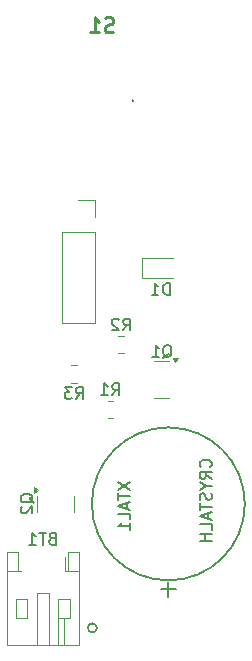
<source format=gbo>
G04 #@! TF.GenerationSoftware,KiCad,Pcbnew,9.0.2*
G04 #@! TF.CreationDate,2025-06-24T11:01:01+02:00*
G04 #@! TF.ProjectId,SenseMatePCB,53656e73-654d-4617-9465-5043422e6b69,rev?*
G04 #@! TF.SameCoordinates,Original*
G04 #@! TF.FileFunction,Legend,Bot*
G04 #@! TF.FilePolarity,Positive*
%FSLAX46Y46*%
G04 Gerber Fmt 4.6, Leading zero omitted, Abs format (unit mm)*
G04 Created by KiCad (PCBNEW 9.0.2) date 2025-06-24 11:01:01*
%MOMM*%
%LPD*%
G01*
G04 APERTURE LIST*
%ADD10C,0.150000*%
%ADD11C,0.254000*%
%ADD12C,0.152400*%
%ADD13C,0.120000*%
%ADD14C,0.200000*%
G04 APERTURE END LIST*
D10*
X102379166Y-90804819D02*
X102712499Y-90328628D01*
X102950594Y-90804819D02*
X102950594Y-89804819D01*
X102950594Y-89804819D02*
X102569642Y-89804819D01*
X102569642Y-89804819D02*
X102474404Y-89852438D01*
X102474404Y-89852438D02*
X102426785Y-89900057D01*
X102426785Y-89900057D02*
X102379166Y-89995295D01*
X102379166Y-89995295D02*
X102379166Y-90138152D01*
X102379166Y-90138152D02*
X102426785Y-90233390D01*
X102426785Y-90233390D02*
X102474404Y-90281009D01*
X102474404Y-90281009D02*
X102569642Y-90328628D01*
X102569642Y-90328628D02*
X102950594Y-90328628D01*
X101426785Y-90804819D02*
X101998213Y-90804819D01*
X101712499Y-90804819D02*
X101712499Y-89804819D01*
X101712499Y-89804819D02*
X101807737Y-89947676D01*
X101807737Y-89947676D02*
X101902975Y-90042914D01*
X101902975Y-90042914D02*
X101998213Y-90090533D01*
X95712557Y-99904761D02*
X95664938Y-99809523D01*
X95664938Y-99809523D02*
X95569700Y-99714285D01*
X95569700Y-99714285D02*
X95426842Y-99571428D01*
X95426842Y-99571428D02*
X95379223Y-99476190D01*
X95379223Y-99476190D02*
X95379223Y-99380952D01*
X95617319Y-99428571D02*
X95569700Y-99333333D01*
X95569700Y-99333333D02*
X95474461Y-99238095D01*
X95474461Y-99238095D02*
X95283985Y-99190476D01*
X95283985Y-99190476D02*
X94950652Y-99190476D01*
X94950652Y-99190476D02*
X94760176Y-99238095D01*
X94760176Y-99238095D02*
X94664938Y-99333333D01*
X94664938Y-99333333D02*
X94617319Y-99428571D01*
X94617319Y-99428571D02*
X94617319Y-99619047D01*
X94617319Y-99619047D02*
X94664938Y-99714285D01*
X94664938Y-99714285D02*
X94760176Y-99809523D01*
X94760176Y-99809523D02*
X94950652Y-99857142D01*
X94950652Y-99857142D02*
X95283985Y-99857142D01*
X95283985Y-99857142D02*
X95474461Y-99809523D01*
X95474461Y-99809523D02*
X95569700Y-99714285D01*
X95569700Y-99714285D02*
X95617319Y-99619047D01*
X95617319Y-99619047D02*
X95617319Y-99428571D01*
X94712557Y-100238095D02*
X94664938Y-100285714D01*
X94664938Y-100285714D02*
X94617319Y-100380952D01*
X94617319Y-100380952D02*
X94617319Y-100619047D01*
X94617319Y-100619047D02*
X94664938Y-100714285D01*
X94664938Y-100714285D02*
X94712557Y-100761904D01*
X94712557Y-100761904D02*
X94807795Y-100809523D01*
X94807795Y-100809523D02*
X94903033Y-100809523D01*
X94903033Y-100809523D02*
X95045890Y-100761904D01*
X95045890Y-100761904D02*
X95617319Y-100190476D01*
X95617319Y-100190476D02*
X95617319Y-100809523D01*
X97285714Y-102931009D02*
X97142857Y-102978628D01*
X97142857Y-102978628D02*
X97095238Y-103026247D01*
X97095238Y-103026247D02*
X97047619Y-103121485D01*
X97047619Y-103121485D02*
X97047619Y-103264342D01*
X97047619Y-103264342D02*
X97095238Y-103359580D01*
X97095238Y-103359580D02*
X97142857Y-103407200D01*
X97142857Y-103407200D02*
X97238095Y-103454819D01*
X97238095Y-103454819D02*
X97619047Y-103454819D01*
X97619047Y-103454819D02*
X97619047Y-102454819D01*
X97619047Y-102454819D02*
X97285714Y-102454819D01*
X97285714Y-102454819D02*
X97190476Y-102502438D01*
X97190476Y-102502438D02*
X97142857Y-102550057D01*
X97142857Y-102550057D02*
X97095238Y-102645295D01*
X97095238Y-102645295D02*
X97095238Y-102740533D01*
X97095238Y-102740533D02*
X97142857Y-102835771D01*
X97142857Y-102835771D02*
X97190476Y-102883390D01*
X97190476Y-102883390D02*
X97285714Y-102931009D01*
X97285714Y-102931009D02*
X97619047Y-102931009D01*
X96761904Y-102454819D02*
X96190476Y-102454819D01*
X96476190Y-103454819D02*
X96476190Y-102454819D01*
X95333333Y-103454819D02*
X95904761Y-103454819D01*
X95619047Y-103454819D02*
X95619047Y-102454819D01*
X95619047Y-102454819D02*
X95714285Y-102597676D01*
X95714285Y-102597676D02*
X95809523Y-102692914D01*
X95809523Y-102692914D02*
X95904761Y-102740533D01*
X99291666Y-91104819D02*
X99624999Y-90628628D01*
X99863094Y-91104819D02*
X99863094Y-90104819D01*
X99863094Y-90104819D02*
X99482142Y-90104819D01*
X99482142Y-90104819D02*
X99386904Y-90152438D01*
X99386904Y-90152438D02*
X99339285Y-90200057D01*
X99339285Y-90200057D02*
X99291666Y-90295295D01*
X99291666Y-90295295D02*
X99291666Y-90438152D01*
X99291666Y-90438152D02*
X99339285Y-90533390D01*
X99339285Y-90533390D02*
X99386904Y-90581009D01*
X99386904Y-90581009D02*
X99482142Y-90628628D01*
X99482142Y-90628628D02*
X99863094Y-90628628D01*
X98958332Y-90104819D02*
X98339285Y-90104819D01*
X98339285Y-90104819D02*
X98672618Y-90485771D01*
X98672618Y-90485771D02*
X98529761Y-90485771D01*
X98529761Y-90485771D02*
X98434523Y-90533390D01*
X98434523Y-90533390D02*
X98386904Y-90581009D01*
X98386904Y-90581009D02*
X98339285Y-90676247D01*
X98339285Y-90676247D02*
X98339285Y-90914342D01*
X98339285Y-90914342D02*
X98386904Y-91009580D01*
X98386904Y-91009580D02*
X98434523Y-91057200D01*
X98434523Y-91057200D02*
X98529761Y-91104819D01*
X98529761Y-91104819D02*
X98815475Y-91104819D01*
X98815475Y-91104819D02*
X98910713Y-91057200D01*
X98910713Y-91057200D02*
X98958332Y-91009580D01*
D11*
X102467619Y-60013842D02*
X102286190Y-60074318D01*
X102286190Y-60074318D02*
X101983809Y-60074318D01*
X101983809Y-60074318D02*
X101862857Y-60013842D01*
X101862857Y-60013842D02*
X101802381Y-59953365D01*
X101802381Y-59953365D02*
X101741904Y-59832413D01*
X101741904Y-59832413D02*
X101741904Y-59711461D01*
X101741904Y-59711461D02*
X101802381Y-59590508D01*
X101802381Y-59590508D02*
X101862857Y-59530032D01*
X101862857Y-59530032D02*
X101983809Y-59469556D01*
X101983809Y-59469556D02*
X102225714Y-59409080D01*
X102225714Y-59409080D02*
X102346666Y-59348603D01*
X102346666Y-59348603D02*
X102407143Y-59288127D01*
X102407143Y-59288127D02*
X102467619Y-59167175D01*
X102467619Y-59167175D02*
X102467619Y-59046222D01*
X102467619Y-59046222D02*
X102407143Y-58925270D01*
X102407143Y-58925270D02*
X102346666Y-58864794D01*
X102346666Y-58864794D02*
X102225714Y-58804318D01*
X102225714Y-58804318D02*
X101923333Y-58804318D01*
X101923333Y-58804318D02*
X101741904Y-58864794D01*
X100532380Y-60074318D02*
X101258095Y-60074318D01*
X100895238Y-60074318D02*
X100895238Y-58804318D01*
X100895238Y-58804318D02*
X101016190Y-58985746D01*
X101016190Y-58985746D02*
X101137142Y-59106699D01*
X101137142Y-59106699D02*
X101258095Y-59167175D01*
D10*
X107238094Y-82304819D02*
X107238094Y-81304819D01*
X107238094Y-81304819D02*
X106999999Y-81304819D01*
X106999999Y-81304819D02*
X106857142Y-81352438D01*
X106857142Y-81352438D02*
X106761904Y-81447676D01*
X106761904Y-81447676D02*
X106714285Y-81542914D01*
X106714285Y-81542914D02*
X106666666Y-81733390D01*
X106666666Y-81733390D02*
X106666666Y-81876247D01*
X106666666Y-81876247D02*
X106714285Y-82066723D01*
X106714285Y-82066723D02*
X106761904Y-82161961D01*
X106761904Y-82161961D02*
X106857142Y-82257200D01*
X106857142Y-82257200D02*
X106999999Y-82304819D01*
X106999999Y-82304819D02*
X107238094Y-82304819D01*
X105714285Y-82304819D02*
X106285713Y-82304819D01*
X105999999Y-82304819D02*
X105999999Y-81304819D01*
X105999999Y-81304819D02*
X106095237Y-81447676D01*
X106095237Y-81447676D02*
X106190475Y-81542914D01*
X106190475Y-81542914D02*
X106285713Y-81590533D01*
X103291666Y-85304819D02*
X103624999Y-84828628D01*
X103863094Y-85304819D02*
X103863094Y-84304819D01*
X103863094Y-84304819D02*
X103482142Y-84304819D01*
X103482142Y-84304819D02*
X103386904Y-84352438D01*
X103386904Y-84352438D02*
X103339285Y-84400057D01*
X103339285Y-84400057D02*
X103291666Y-84495295D01*
X103291666Y-84495295D02*
X103291666Y-84638152D01*
X103291666Y-84638152D02*
X103339285Y-84733390D01*
X103339285Y-84733390D02*
X103386904Y-84781009D01*
X103386904Y-84781009D02*
X103482142Y-84828628D01*
X103482142Y-84828628D02*
X103863094Y-84828628D01*
X102910713Y-84400057D02*
X102863094Y-84352438D01*
X102863094Y-84352438D02*
X102767856Y-84304819D01*
X102767856Y-84304819D02*
X102529761Y-84304819D01*
X102529761Y-84304819D02*
X102434523Y-84352438D01*
X102434523Y-84352438D02*
X102386904Y-84400057D01*
X102386904Y-84400057D02*
X102339285Y-84495295D01*
X102339285Y-84495295D02*
X102339285Y-84590533D01*
X102339285Y-84590533D02*
X102386904Y-84733390D01*
X102386904Y-84733390D02*
X102958332Y-85304819D01*
X102958332Y-85304819D02*
X102339285Y-85304819D01*
X106657738Y-87650057D02*
X106752976Y-87602438D01*
X106752976Y-87602438D02*
X106848214Y-87507200D01*
X106848214Y-87507200D02*
X106991071Y-87364342D01*
X106991071Y-87364342D02*
X107086309Y-87316723D01*
X107086309Y-87316723D02*
X107181547Y-87316723D01*
X107133928Y-87554819D02*
X107229166Y-87507200D01*
X107229166Y-87507200D02*
X107324404Y-87411961D01*
X107324404Y-87411961D02*
X107372023Y-87221485D01*
X107372023Y-87221485D02*
X107372023Y-86888152D01*
X107372023Y-86888152D02*
X107324404Y-86697676D01*
X107324404Y-86697676D02*
X107229166Y-86602438D01*
X107229166Y-86602438D02*
X107133928Y-86554819D01*
X107133928Y-86554819D02*
X106943452Y-86554819D01*
X106943452Y-86554819D02*
X106848214Y-86602438D01*
X106848214Y-86602438D02*
X106752976Y-86697676D01*
X106752976Y-86697676D02*
X106705357Y-86888152D01*
X106705357Y-86888152D02*
X106705357Y-87221485D01*
X106705357Y-87221485D02*
X106752976Y-87411961D01*
X106752976Y-87411961D02*
X106848214Y-87507200D01*
X106848214Y-87507200D02*
X106943452Y-87554819D01*
X106943452Y-87554819D02*
X107133928Y-87554819D01*
X105752976Y-87554819D02*
X106324404Y-87554819D01*
X106038690Y-87554819D02*
X106038690Y-86554819D01*
X106038690Y-86554819D02*
X106133928Y-86697676D01*
X106133928Y-86697676D02*
X106229166Y-86792914D01*
X106229166Y-86792914D02*
X106324404Y-86840533D01*
X102879819Y-98176190D02*
X103879819Y-98842856D01*
X102879819Y-98842856D02*
X103879819Y-98176190D01*
X102879819Y-99080952D02*
X102879819Y-99652380D01*
X103879819Y-99366666D02*
X102879819Y-99366666D01*
X103594104Y-99938095D02*
X103594104Y-100414285D01*
X103879819Y-99842857D02*
X102879819Y-100176190D01*
X102879819Y-100176190D02*
X103879819Y-100509523D01*
X103879819Y-101319047D02*
X103879819Y-100842857D01*
X103879819Y-100842857D02*
X102879819Y-100842857D01*
X103879819Y-102176190D02*
X103879819Y-101604762D01*
X103879819Y-101890476D02*
X102879819Y-101890476D01*
X102879819Y-101890476D02*
X103022676Y-101795238D01*
X103022676Y-101795238D02*
X103117914Y-101700000D01*
X103117914Y-101700000D02*
X103165533Y-101604762D01*
X110684580Y-96866666D02*
X110732200Y-96819047D01*
X110732200Y-96819047D02*
X110779819Y-96676190D01*
X110779819Y-96676190D02*
X110779819Y-96580952D01*
X110779819Y-96580952D02*
X110732200Y-96438095D01*
X110732200Y-96438095D02*
X110636961Y-96342857D01*
X110636961Y-96342857D02*
X110541723Y-96295238D01*
X110541723Y-96295238D02*
X110351247Y-96247619D01*
X110351247Y-96247619D02*
X110208390Y-96247619D01*
X110208390Y-96247619D02*
X110017914Y-96295238D01*
X110017914Y-96295238D02*
X109922676Y-96342857D01*
X109922676Y-96342857D02*
X109827438Y-96438095D01*
X109827438Y-96438095D02*
X109779819Y-96580952D01*
X109779819Y-96580952D02*
X109779819Y-96676190D01*
X109779819Y-96676190D02*
X109827438Y-96819047D01*
X109827438Y-96819047D02*
X109875057Y-96866666D01*
X110779819Y-97866666D02*
X110303628Y-97533333D01*
X110779819Y-97295238D02*
X109779819Y-97295238D01*
X109779819Y-97295238D02*
X109779819Y-97676190D01*
X109779819Y-97676190D02*
X109827438Y-97771428D01*
X109827438Y-97771428D02*
X109875057Y-97819047D01*
X109875057Y-97819047D02*
X109970295Y-97866666D01*
X109970295Y-97866666D02*
X110113152Y-97866666D01*
X110113152Y-97866666D02*
X110208390Y-97819047D01*
X110208390Y-97819047D02*
X110256009Y-97771428D01*
X110256009Y-97771428D02*
X110303628Y-97676190D01*
X110303628Y-97676190D02*
X110303628Y-97295238D01*
X110303628Y-98485714D02*
X110779819Y-98485714D01*
X109779819Y-98152381D02*
X110303628Y-98485714D01*
X110303628Y-98485714D02*
X109779819Y-98819047D01*
X110732200Y-99104762D02*
X110779819Y-99247619D01*
X110779819Y-99247619D02*
X110779819Y-99485714D01*
X110779819Y-99485714D02*
X110732200Y-99580952D01*
X110732200Y-99580952D02*
X110684580Y-99628571D01*
X110684580Y-99628571D02*
X110589342Y-99676190D01*
X110589342Y-99676190D02*
X110494104Y-99676190D01*
X110494104Y-99676190D02*
X110398866Y-99628571D01*
X110398866Y-99628571D02*
X110351247Y-99580952D01*
X110351247Y-99580952D02*
X110303628Y-99485714D01*
X110303628Y-99485714D02*
X110256009Y-99295238D01*
X110256009Y-99295238D02*
X110208390Y-99200000D01*
X110208390Y-99200000D02*
X110160771Y-99152381D01*
X110160771Y-99152381D02*
X110065533Y-99104762D01*
X110065533Y-99104762D02*
X109970295Y-99104762D01*
X109970295Y-99104762D02*
X109875057Y-99152381D01*
X109875057Y-99152381D02*
X109827438Y-99200000D01*
X109827438Y-99200000D02*
X109779819Y-99295238D01*
X109779819Y-99295238D02*
X109779819Y-99533333D01*
X109779819Y-99533333D02*
X109827438Y-99676190D01*
X109779819Y-99961905D02*
X109779819Y-100533333D01*
X110779819Y-100247619D02*
X109779819Y-100247619D01*
X110494104Y-100819048D02*
X110494104Y-101295238D01*
X110779819Y-100723810D02*
X109779819Y-101057143D01*
X109779819Y-101057143D02*
X110779819Y-101390476D01*
X110779819Y-102200000D02*
X110779819Y-101723810D01*
X110779819Y-101723810D02*
X109779819Y-101723810D01*
X110779819Y-102533334D02*
X109779819Y-102533334D01*
X110256009Y-102533334D02*
X110256009Y-103104762D01*
X110779819Y-103104762D02*
X109779819Y-103104762D01*
D12*
X101070701Y-110500000D02*
G75*
G02*
X100308701Y-110500000I-381000J0D01*
G01*
X100308701Y-110500000D02*
G75*
G02*
X101070701Y-110500000I381000J0D01*
G01*
D13*
X102439564Y-91265000D02*
X101985436Y-91265000D01*
X102439564Y-92735000D02*
X101985436Y-92735000D01*
X96002500Y-100000000D02*
X96002500Y-99350000D01*
X96002500Y-100000000D02*
X96002500Y-100650000D01*
X99122500Y-100000000D02*
X99122500Y-99350000D01*
X99122500Y-100000000D02*
X99122500Y-100650000D01*
X96052500Y-98837500D02*
X95722500Y-99077500D01*
X95722500Y-98597500D01*
X96052500Y-98837500D01*
G36*
X96052500Y-98837500D02*
G01*
X95722500Y-99077500D01*
X95722500Y-98597500D01*
X96052500Y-98837500D01*
G37*
X93440000Y-104090000D02*
X94360000Y-104090000D01*
X93440000Y-105690000D02*
X94360000Y-105690000D01*
X93440000Y-111910000D02*
X93440000Y-104090000D01*
X94200000Y-108050000D02*
X94200000Y-109650000D01*
X94200000Y-109650000D02*
X95200000Y-109650000D01*
X94360000Y-104090000D02*
X94360000Y-105690000D01*
X94360000Y-105690000D02*
X94640000Y-105690000D01*
X95200000Y-108050000D02*
X94200000Y-108050000D01*
X95200000Y-109650000D02*
X95200000Y-108050000D01*
X96000000Y-107550000D02*
X96000000Y-111910000D01*
X97000000Y-107550000D02*
X96000000Y-107550000D01*
X97000000Y-111910000D02*
X97000000Y-107550000D01*
X97800000Y-108050000D02*
X98800000Y-108050000D01*
X97800000Y-109650000D02*
X97800000Y-108050000D01*
X97800000Y-109650000D02*
X97800000Y-111910000D01*
X98300000Y-109650000D02*
X98300000Y-111910000D01*
X98360000Y-105690000D02*
X98360000Y-104475000D01*
X98360000Y-105690000D02*
X98640000Y-105690000D01*
X98640000Y-104090000D02*
X99560000Y-104090000D01*
X98640000Y-105690000D02*
X98640000Y-104090000D01*
X98800000Y-108050000D02*
X98800000Y-109650000D01*
X98800000Y-109650000D02*
X97800000Y-109650000D01*
X99560000Y-104090000D02*
X99560000Y-111910000D01*
X99560000Y-105690000D02*
X98640000Y-105690000D01*
X99560000Y-111910000D02*
X93440000Y-111910000D01*
X98897936Y-88265000D02*
X99352064Y-88265000D01*
X98897936Y-89735000D02*
X99352064Y-89735000D01*
D14*
X104100000Y-65800000D02*
X104100000Y-65800000D01*
X104100000Y-65900000D02*
X104100000Y-65900000D01*
X104100000Y-65900000D02*
X104100000Y-65900000D01*
X104100000Y-65800000D02*
G75*
G02*
X104100000Y-65900000I0J-50000D01*
G01*
X104100000Y-65900000D02*
G75*
G02*
X104100000Y-65800000I0J50000D01*
G01*
X104100000Y-65900000D02*
G75*
G02*
X104100000Y-65800000I0J50000D01*
G01*
D13*
X104890000Y-79150000D02*
X107550000Y-79150000D01*
X104890000Y-80850000D02*
X104890000Y-79150000D01*
X104890000Y-80850000D02*
X107550000Y-80850000D01*
X103352064Y-85765000D02*
X102897936Y-85765000D01*
X103352064Y-87235000D02*
X102897936Y-87235000D01*
X106562500Y-87940000D02*
X105912500Y-87940000D01*
X106562500Y-87940000D02*
X107212500Y-87940000D01*
X106562500Y-91060000D02*
X105912500Y-91060000D01*
X106562500Y-91060000D02*
X107212500Y-91060000D01*
X107725000Y-87990000D02*
X107485000Y-87660000D01*
X107965000Y-87660000D01*
X107725000Y-87990000D01*
G36*
X107725000Y-87990000D02*
G01*
X107485000Y-87660000D01*
X107965000Y-87660000D01*
X107725000Y-87990000D01*
G37*
D12*
X107125000Y-107874000D02*
X107125000Y-106604000D01*
X107760000Y-107239000D02*
X106490000Y-107239000D01*
X113602000Y-100000000D02*
G75*
G02*
X100648000Y-100000000I-6477000J0D01*
G01*
X100648000Y-100000000D02*
G75*
G02*
X113602000Y-100000000I6477000J0D01*
G01*
D13*
X98120000Y-76960000D02*
X98120000Y-84690000D01*
X100880000Y-74310000D02*
X99500000Y-74310000D01*
X100880000Y-75690000D02*
X100880000Y-74310000D01*
X100880000Y-76960000D02*
X98120000Y-76960000D01*
X100880000Y-76960000D02*
X100880000Y-84690000D01*
X100880000Y-84690000D02*
X98120000Y-84690000D01*
M02*

</source>
